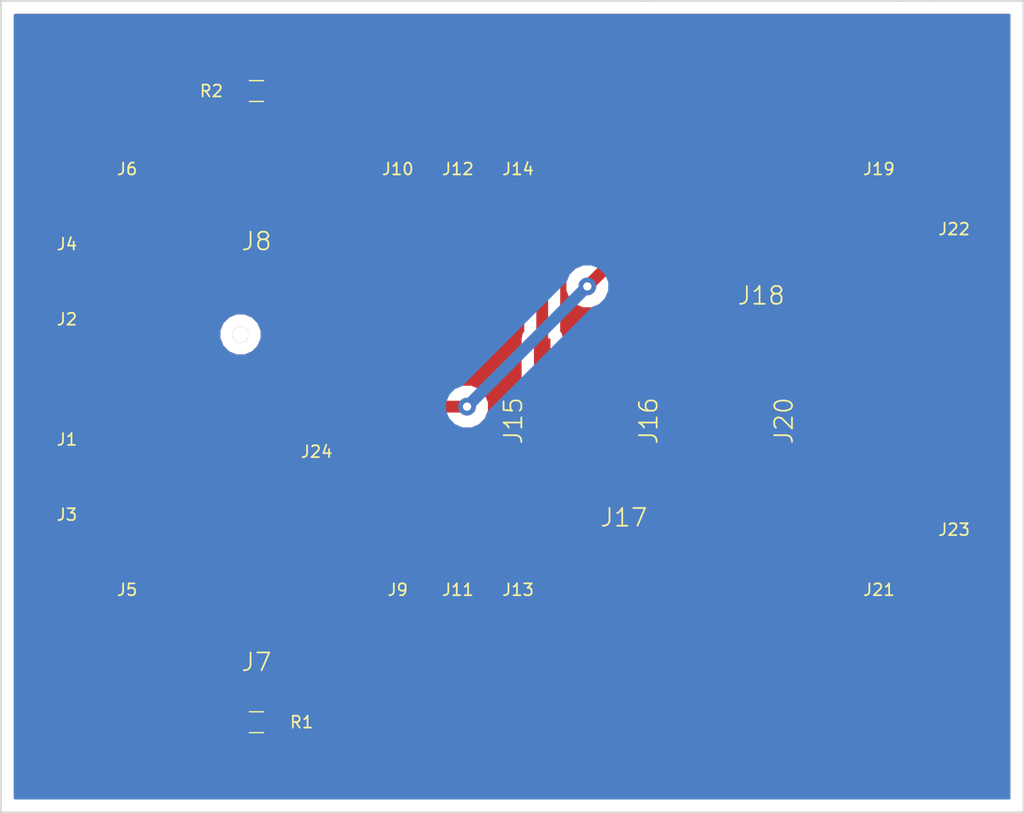
<source format=kicad_pcb>
(kicad_pcb (version 4) (host pcbnew 4.0.4-stable)

  (general
    (links 32)
    (no_connects 0)
    (area 120.574999 62.154999 207.085001 130.885001)
    (thickness 1.6)
    (drawings 8)
    (tracks 81)
    (zones 0)
    (modules 26)
    (nets 7)
  )

  (page A4)
  (layers
    (0 F.Cu signal)
    (31 B.Cu signal hide)
    (32 B.Adhes user)
    (33 F.Adhes user)
    (34 B.Paste user)
    (35 F.Paste user)
    (36 B.SilkS user)
    (37 F.SilkS user)
    (38 B.Mask user)
    (39 F.Mask user)
    (40 Dwgs.User user)
    (41 Cmts.User user)
    (42 Eco1.User user)
    (43 Eco2.User user)
    (44 Edge.Cuts user)
    (45 Margin user)
    (46 B.CrtYd user)
    (47 F.CrtYd user)
    (48 B.Fab user)
    (49 F.Fab user)
  )

  (setup
    (last_trace_width 0.4)
    (trace_clearance 0.2)
    (zone_clearance 1.016)
    (zone_45_only no)
    (trace_min 0.2)
    (segment_width 0.2)
    (edge_width 0.15)
    (via_size 1.5)
    (via_drill 0.7)
    (via_min_size 0.4)
    (via_min_drill 0.3)
    (uvia_size 0.3)
    (uvia_drill 0.1)
    (uvias_allowed no)
    (uvia_min_size 0.2)
    (uvia_min_drill 0.1)
    (pcb_text_width 0.3)
    (pcb_text_size 1.5 1.5)
    (mod_edge_width 0.15)
    (mod_text_size 1 1)
    (mod_text_width 0.15)
    (pad_size 1.524 1.524)
    (pad_drill 0.762)
    (pad_to_mask_clearance 0.2)
    (aux_axis_origin 0 0)
    (visible_elements 7FFFFFFF)
    (pcbplotparams
      (layerselection 0x00030_80000001)
      (usegerberextensions false)
      (excludeedgelayer true)
      (linewidth 0.100000)
      (plotframeref false)
      (viasonmask false)
      (mode 1)
      (useauxorigin false)
      (hpglpennumber 1)
      (hpglpenspeed 20)
      (hpglpendiameter 15)
      (hpglpenoverlay 2)
      (psnegative false)
      (psa4output false)
      (plotreference true)
      (plotvalue true)
      (plotinvisibletext false)
      (padsonsilk false)
      (subtractmaskfromsilk false)
      (outputformat 1)
      (mirror false)
      (drillshape 1)
      (scaleselection 1)
      (outputdirectory ""))
  )

  (net 0 "")
  (net 1 "Net-(J1-Pad1)")
  (net 2 "Net-(J2-Pad1)")
  (net 3 "Net-(J11-Pad1)")
  (net 4 "Net-(J10-Pad1)")
  (net 5 "Net-(J16-Pad2)")
  (net 6 "Net-(J18-Pad3)")

  (net_class Default "This is the default net class."
    (clearance 0.2)
    (trace_width 0.4)
    (via_dia 1.5)
    (via_drill 0.7)
    (uvia_dia 0.3)
    (uvia_drill 0.1)
  )

  (net_class Power ""
    (clearance 0.2)
    (trace_width 1)
    (via_dia 1.5)
    (via_drill 0.7)
    (uvia_dia 0.3)
    (uvia_drill 0.1)
    (add_net "Net-(J1-Pad1)")
    (add_net "Net-(J10-Pad1)")
    (add_net "Net-(J11-Pad1)")
    (add_net "Net-(J16-Pad2)")
    (add_net "Net-(J18-Pad3)")
    (add_net "Net-(J2-Pad1)")
  )

  (module "Custom Connectors:proto_pad-square-3mm" (layer F.Cu) (tedit 58B01219) (tstamp 59030CF2)
    (at 125.73 101.6)
    (descr "3 mm square SMD Pad e.g. for soldering wires ")
    (tags CONN)
    (path /590312B2)
    (fp_text reference J1 (at 0.5 -2.3) (layer F.SilkS)
      (effects (font (size 1 1) (thickness 0.15)))
    )
    (fp_text value "Batt Out" (at 0.1 2.1) (layer F.Fab)
      (effects (font (size 0.5 0.5) (thickness 0.1)))
    )
    (pad 1 smd rect (at 0 0) (size 3 3) (layers F.Cu F.Paste F.Mask)
      (net 1 "Net-(J1-Pad1)"))
  )

  (module "Custom Connectors:proto_pad-square-3mm" (layer F.Cu) (tedit 58B01219) (tstamp 59030CF7)
    (at 125.73 91.44)
    (descr "3 mm square SMD Pad e.g. for soldering wires ")
    (tags CONN)
    (path /59031157)
    (fp_text reference J2 (at 0.5 -2.3) (layer F.SilkS)
      (effects (font (size 1 1) (thickness 0.15)))
    )
    (fp_text value "Batt Out" (at 0.1 2.1) (layer F.Fab)
      (effects (font (size 0.5 0.5) (thickness 0.1)))
    )
    (pad 1 smd rect (at 0 0) (size 3 3) (layers F.Cu F.Paste F.Mask)
      (net 2 "Net-(J2-Pad1)"))
  )

  (module "Custom Connectors:proto_pad-square-3mm" (layer F.Cu) (tedit 58B01219) (tstamp 59030CFC)
    (at 125.73 107.95)
    (descr "3 mm square SMD Pad e.g. for soldering wires ")
    (tags CONN)
    (path /5902F502)
    (fp_text reference J3 (at 0.5 -2.3) (layer F.SilkS)
      (effects (font (size 1 1) (thickness 0.15)))
    )
    (fp_text value CONN_01X01 (at 0.1 2.1) (layer F.Fab)
      (effects (font (size 0.5 0.5) (thickness 0.1)))
    )
    (pad 1 smd rect (at 0 0) (size 3 3) (layers F.Cu F.Paste F.Mask)
      (net 1 "Net-(J1-Pad1)"))
  )

  (module "Custom Connectors:proto_pad-square-3mm" (layer F.Cu) (tedit 58B01219) (tstamp 59030D01)
    (at 125.73 85.09)
    (descr "3 mm square SMD Pad e.g. for soldering wires ")
    (tags CONN)
    (path /5902F0D9)
    (fp_text reference J4 (at 0.5 -2.3) (layer F.SilkS)
      (effects (font (size 1 1) (thickness 0.15)))
    )
    (fp_text value CONN_01X01 (at 0.1 2.1) (layer F.Fab)
      (effects (font (size 0.5 0.5) (thickness 0.1)))
    )
    (pad 1 smd rect (at 0 0) (size 3 3) (layers F.Cu F.Paste F.Mask)
      (net 2 "Net-(J2-Pad1)"))
  )

  (module "Custom Connectors:proto_pad-square-3mm" (layer F.Cu) (tedit 58B01219) (tstamp 59030D06)
    (at 130.81 114.3)
    (descr "3 mm square SMD Pad e.g. for soldering wires ")
    (tags CONN)
    (path /5902F4FC)
    (fp_text reference J5 (at 0.5 -2.3) (layer F.SilkS)
      (effects (font (size 1 1) (thickness 0.15)))
    )
    (fp_text value CONN_01X01 (at 0.1 2.1) (layer F.Fab)
      (effects (font (size 0.5 0.5) (thickness 0.1)))
    )
    (pad 1 smd rect (at 0 0) (size 3 3) (layers F.Cu F.Paste F.Mask)
      (net 1 "Net-(J1-Pad1)"))
  )

  (module "Custom Connectors:proto_pad-square-3mm" (layer F.Cu) (tedit 58B01219) (tstamp 59030D0B)
    (at 130.81 78.74)
    (descr "3 mm square SMD Pad e.g. for soldering wires ")
    (tags CONN)
    (path /5902F0A0)
    (fp_text reference J6 (at 0.5 -2.3) (layer F.SilkS)
      (effects (font (size 1 1) (thickness 0.15)))
    )
    (fp_text value CONN_01X01 (at 0.1 2.1) (layer F.Fab)
      (effects (font (size 0.5 0.5) (thickness 0.1)))
    )
    (pad 1 smd rect (at 0 0) (size 3 3) (layers F.Cu F.Paste F.Mask)
      (net 2 "Net-(J2-Pad1)"))
  )

  (module "Custom Connectors:proto_header-vt-1x2-2.54mm-G_C__SABN_M30" (layer F.Cu) (tedit 59030F16) (tstamp 59030D11)
    (at 142.24 114.3 90)
    (descr "1x2 pin SMD header, G_C_ _SABN-M30, Male, Vertical, Unshrouded, Pitch = 2.54 mm, Pad WxH = 1.4x6.4mm")
    (tags CONN)
    (path /5902F4F6)
    (fp_text reference J7 (at -3.81 0 180) (layer F.SilkS)
      (effects (font (size 1.5 1.5) (thickness 0.15)))
    )
    (fp_text value Jumper (at 3.81 0 180) (layer F.Fab)
      (effects (font (size 1 1) (thickness 0.15)))
    )
    (fp_line (start -2.54 -4.06) (end 2.54 -4.06) (layer Eco1.User) (width 0.15))
    (fp_line (start 2.54 -4.06) (end 2.54 4.07) (layer Eco1.User) (width 0.15))
    (fp_line (start 2.54 4.07) (end -2.54 4.07) (layer Eco1.User) (width 0.15))
    (fp_line (start -2.54 4.07) (end -2.54 -4.06) (layer Eco1.User) (width 0.15))
    (pad 1 smd rect (at -1.27 -2.56 90) (size 1.4 6.4) (layers F.Cu F.Paste F.Mask Eco1.User)
      (net 1 "Net-(J1-Pad1)"))
    (pad 2 smd rect (at 1.27 2.56 90) (size 1.4 6.4) (layers F.Cu F.Paste F.Mask Eco1.User)
      (net 3 "Net-(J11-Pad1)"))
  )

  (module "Custom Connectors:proto_header-vt-1x2-2.54mm-G_C__SABN_M30" (layer F.Cu) (tedit 59030F1D) (tstamp 59030D17)
    (at 142.24 78.74 90)
    (descr "1x2 pin SMD header, G_C_ _SABN-M30, Male, Vertical, Unshrouded, Pitch = 2.54 mm, Pad WxH = 1.4x6.4mm")
    (tags CONN)
    (path /5902EEFA)
    (fp_text reference J8 (at -3.81 0 180) (layer F.SilkS)
      (effects (font (size 1.5 1.5) (thickness 0.15)))
    )
    (fp_text value Jumper (at 3.81 0 180) (layer F.Fab)
      (effects (font (size 1 1) (thickness 0.15)))
    )
    (fp_line (start -2.54 -4.06) (end 2.54 -4.06) (layer Eco1.User) (width 0.15))
    (fp_line (start 2.54 -4.06) (end 2.54 4.07) (layer Eco1.User) (width 0.15))
    (fp_line (start 2.54 4.07) (end -2.54 4.07) (layer Eco1.User) (width 0.15))
    (fp_line (start -2.54 4.07) (end -2.54 -4.06) (layer Eco1.User) (width 0.15))
    (pad 1 smd rect (at -1.27 -2.56 90) (size 1.4 6.4) (layers F.Cu F.Paste F.Mask Eco1.User)
      (net 2 "Net-(J2-Pad1)"))
    (pad 2 smd rect (at 1.27 2.56 90) (size 1.4 6.4) (layers F.Cu F.Paste F.Mask Eco1.User)
      (net 4 "Net-(J10-Pad1)"))
  )

  (module "Custom Connectors:proto_pad-square-3mm" (layer F.Cu) (tedit 58B01219) (tstamp 59030D1C)
    (at 153.67 114.3)
    (descr "3 mm square SMD Pad e.g. for soldering wires ")
    (tags CONN)
    (path /59032084)
    (fp_text reference J9 (at 0.5 -2.3) (layer F.SilkS)
      (effects (font (size 1 1) (thickness 0.15)))
    )
    (fp_text value CONN_01X01 (at 0.1 2.1) (layer F.Fab)
      (effects (font (size 0.5 0.5) (thickness 0.1)))
    )
    (pad 1 smd rect (at 0 0) (size 3 3) (layers F.Cu F.Paste F.Mask)
      (net 3 "Net-(J11-Pad1)"))
  )

  (module "Custom Connectors:proto_pad-square-3mm" (layer F.Cu) (tedit 58B01219) (tstamp 59030D21)
    (at 153.67 78.74)
    (descr "3 mm square SMD Pad e.g. for soldering wires ")
    (tags CONN)
    (path /59031A9C)
    (fp_text reference J10 (at 0.5 -2.3) (layer F.SilkS)
      (effects (font (size 1 1) (thickness 0.15)))
    )
    (fp_text value CONN_01X01 (at 0.1 2.1) (layer F.Fab)
      (effects (font (size 0.5 0.5) (thickness 0.1)))
    )
    (pad 1 smd rect (at 0 0) (size 3 3) (layers F.Cu F.Paste F.Mask)
      (net 4 "Net-(J10-Pad1)"))
  )

  (module "Custom Connectors:proto_pad-square-3mm" (layer F.Cu) (tedit 58B01219) (tstamp 59030D26)
    (at 158.75 114.3)
    (descr "3 mm square SMD Pad e.g. for soldering wires ")
    (tags CONN)
    (path /5902F4EA)
    (fp_text reference J11 (at 0.5 -2.3) (layer F.SilkS)
      (effects (font (size 1 1) (thickness 0.15)))
    )
    (fp_text value CONN_01X01 (at 0.1 2.1) (layer F.Fab)
      (effects (font (size 0.5 0.5) (thickness 0.1)))
    )
    (pad 1 smd rect (at 0 0) (size 3 3) (layers F.Cu F.Paste F.Mask)
      (net 3 "Net-(J11-Pad1)"))
  )

  (module "Custom Connectors:proto_pad-square-3mm" (layer F.Cu) (tedit 58B01219) (tstamp 59030D2B)
    (at 158.75 78.74)
    (descr "3 mm square SMD Pad e.g. for soldering wires ")
    (tags CONN)
    (path /5902EE28)
    (fp_text reference J12 (at 0.5 -2.3) (layer F.SilkS)
      (effects (font (size 1 1) (thickness 0.15)))
    )
    (fp_text value CONN_01X01 (at 0.1 2.1) (layer F.Fab)
      (effects (font (size 0.5 0.5) (thickness 0.1)))
    )
    (pad 1 smd rect (at 0 0) (size 3 3) (layers F.Cu F.Paste F.Mask)
      (net 4 "Net-(J10-Pad1)"))
  )

  (module "Custom Connectors:proto_pad-square-3mm" (layer F.Cu) (tedit 58B01219) (tstamp 59030D30)
    (at 163.83 114.3)
    (descr "3 mm square SMD Pad e.g. for soldering wires ")
    (tags CONN)
    (path /5902F4F0)
    (fp_text reference J13 (at 0.5 -2.3) (layer F.SilkS)
      (effects (font (size 1 1) (thickness 0.15)))
    )
    (fp_text value CONN_01X01 (at 0.1 2.1) (layer F.Fab)
      (effects (font (size 0.5 0.5) (thickness 0.1)))
    )
    (pad 1 smd rect (at 0 0) (size 3 3) (layers F.Cu F.Paste F.Mask)
      (net 3 "Net-(J11-Pad1)"))
  )

  (module "Custom Connectors:proto_pad-square-3mm" (layer F.Cu) (tedit 58B01219) (tstamp 59030D35)
    (at 163.83 78.74)
    (descr "3 mm square SMD Pad e.g. for soldering wires ")
    (tags CONN)
    (path /5902EECA)
    (fp_text reference J14 (at 0.5 -2.3) (layer F.SilkS)
      (effects (font (size 1 1) (thickness 0.15)))
    )
    (fp_text value CONN_01X01 (at 0.1 2.1) (layer F.Fab)
      (effects (font (size 0.5 0.5) (thickness 0.1)))
    )
    (pad 1 smd rect (at 0 0) (size 3 3) (layers F.Cu F.Paste F.Mask)
      (net 4 "Net-(J10-Pad1)"))
  )

  (module "Custom Connectors:proto_header-vt-1x2-2.54mm-G_C__SABN_M30" (layer F.Cu) (tedit 58B0587B) (tstamp 59030D3B)
    (at 167.64 96.52)
    (descr "1x2 pin SMD header, G_C_ _SABN-M30, Male, Vertical, Unshrouded, Pitch = 2.54 mm, Pad WxH = 1.4x6.4mm")
    (tags CONN)
    (path /5902ED4D)
    (fp_text reference J15 (at -3.72 1.2 90) (layer F.SilkS)
      (effects (font (size 1.5 1.5) (thickness 0.15)))
    )
    (fp_text value Parallel (at 3.55 1.03 90) (layer F.Fab)
      (effects (font (size 1 1) (thickness 0.15)))
    )
    (fp_line (start -2.54 -4.06) (end 2.54 -4.06) (layer Eco1.User) (width 0.15))
    (fp_line (start 2.54 -4.06) (end 2.54 4.07) (layer Eco1.User) (width 0.15))
    (fp_line (start 2.54 4.07) (end -2.54 4.07) (layer Eco1.User) (width 0.15))
    (fp_line (start -2.54 4.07) (end -2.54 -4.06) (layer Eco1.User) (width 0.15))
    (pad 1 smd rect (at -1.27 -2.56) (size 1.4 6.4) (layers F.Cu F.Paste F.Mask Eco1.User)
      (net 4 "Net-(J10-Pad1)"))
    (pad 2 smd rect (at 1.27 2.56) (size 1.4 6.4) (layers F.Cu F.Paste F.Mask Eco1.User)
      (net 3 "Net-(J11-Pad1)"))
  )

  (module "Custom Connectors:proto_header-vt-1x2-2.54mm-G_C__SABN_M30" (layer F.Cu) (tedit 58B0587B) (tstamp 59030D41)
    (at 179.07 96.52)
    (descr "1x2 pin SMD header, G_C_ _SABN-M30, Male, Vertical, Unshrouded, Pitch = 2.54 mm, Pad WxH = 1.4x6.4mm")
    (tags CONN)
    (path /5902FDEA)
    (fp_text reference J16 (at -3.72 1.2 90) (layer F.SilkS)
      (effects (font (size 1.5 1.5) (thickness 0.15)))
    )
    (fp_text value Series (at 3.55 1.03 90) (layer F.Fab)
      (effects (font (size 1 1) (thickness 0.15)))
    )
    (fp_line (start -2.54 -4.06) (end 2.54 -4.06) (layer Eco1.User) (width 0.15))
    (fp_line (start 2.54 -4.06) (end 2.54 4.07) (layer Eco1.User) (width 0.15))
    (fp_line (start 2.54 4.07) (end -2.54 4.07) (layer Eco1.User) (width 0.15))
    (fp_line (start -2.54 4.07) (end -2.54 -4.06) (layer Eco1.User) (width 0.15))
    (pad 1 smd rect (at -1.27 -2.56) (size 1.4 6.4) (layers F.Cu F.Paste F.Mask Eco1.User)
      (net 4 "Net-(J10-Pad1)"))
    (pad 2 smd rect (at 1.27 2.56) (size 1.4 6.4) (layers F.Cu F.Paste F.Mask Eco1.User)
      (net 5 "Net-(J16-Pad2)"))
  )

  (module "Custom Battery Products:proto_button_cell_holder-smd-2996-2993" (layer F.Cu) (tedit 58AFE169) (tstamp 59030D48)
    (at 179.07 114.3 180)
    (descr "Holder for 11.6 mm coin cell comprising Retainer (2996) and negative contact (2993)")
    (tags BATT)
    (path /5902F4E4)
    (fp_text reference J17 (at 5.8 8.4 180) (layer F.SilkS)
      (effects (font (size 1.5 1.5) (thickness 0.15)))
    )
    (fp_text value Cell2 (at -3.3 2.4 270) (layer F.Fab)
      (effects (font (size 1 1) (thickness 0.15)))
    )
    (fp_line (start 0 -7.95) (end 4.55 -7.94) (layer Eco1.User) (width 0.1))
    (fp_line (start 4.55 -7.94) (end 4.55 6.16) (layer Eco1.User) (width 0.1))
    (fp_line (start 4.55 6.16) (end 1.39 6.16) (layer Eco1.User) (width 0.1))
    (fp_line (start 1.39 6.16) (end 1.39 7.95) (layer Eco1.User) (width 0.1))
    (fp_line (start 1.39 7.95) (end -1.42 7.95) (layer Eco1.User) (width 0.1))
    (fp_line (start -1.42 7.95) (end -1.42 6.14) (layer Eco1.User) (width 0.1))
    (fp_line (start -1.42 6.14) (end -4.58 6.14) (layer Eco1.User) (width 0.1))
    (fp_line (start -4.58 6.14) (end -4.58 -7.97) (layer Eco1.User) (width 0.1))
    (fp_line (start -4.58 -7.97) (end 0.01 -7.94) (layer Eco1.User) (width 0.1))
    (fp_line (start 0.01 -7.94) (end 0 -7.94) (layer Eco1.User) (width 0.1))
    (fp_line (start 0.01 6.71) (end 3.55 6.71) (layer Eco1.User) (width 0.15))
    (fp_line (start 3.55 6.71) (end 6.6 3.79) (layer Eco1.User) (width 0.15))
    (fp_line (start 6.6 3.79) (end 6.6 1.6) (layer Eco1.User) (width 0.15))
    (fp_line (start 6.6 1.6) (end 8.9 1.6) (layer Eco1.User) (width 0.15))
    (fp_line (start 8.9 1.6) (end 8.9 -1.59) (layer Eco1.User) (width 0.15))
    (fp_line (start 8.9 -1.59) (end 6.6 -1.59) (layer Eco1.User) (width 0.15))
    (fp_line (start 6.6 -1.59) (end 6.6 -5.4) (layer Eco1.User) (width 0.15))
    (fp_line (start 6.6 -5.4) (end -6.61 -5.4) (layer Eco1.User) (width 0.15))
    (fp_line (start -6.61 -5.4) (end -6.61 -1.59) (layer Eco1.User) (width 0.15))
    (fp_line (start -6.61 -1.59) (end -8.91 -1.59) (layer Eco1.User) (width 0.15))
    (fp_line (start -8.91 -1.59) (end -8.91 1.6) (layer Eco1.User) (width 0.15))
    (fp_line (start -8.91 1.6) (end -6.61 1.6) (layer Eco1.User) (width 0.15))
    (fp_line (start -6.61 1.6) (end -6.61 3.79) (layer Eco1.User) (width 0.15))
    (fp_line (start -6.61 3.79) (end -3.56 6.71) (layer Eco1.User) (width 0.15))
    (fp_line (start -3.56 6.71) (end 0.01 6.71) (layer Eco1.User) (width 0.15))
    (pad 1 smd rect (at -8 0 180) (size 2.8 3.8) (layers F.Cu F.Paste F.Mask)
      (net 3 "Net-(J11-Pad1)"))
    (pad 2 smd rect (at 8 0 180) (size 2.8 3.8) (layers F.Cu F.Paste F.Mask)
      (net 3 "Net-(J11-Pad1)"))
    (pad 3 smd rect (at 0 0 180) (size 4 16.7) (layers F.Cu F.Paste F.Mask)
      (net 5 "Net-(J16-Pad2)"))
  )

  (module "Custom Battery Products:proto_button_cell_holder-smd-2996-2993" (layer F.Cu) (tedit 58AFE169) (tstamp 59030D4F)
    (at 179.07 78.74)
    (descr "Holder for 11.6 mm coin cell comprising Retainer (2996) and negative contact (2993)")
    (tags BATT)
    (path /5902EBB9)
    (fp_text reference J18 (at 5.8 8.4) (layer F.SilkS)
      (effects (font (size 1.5 1.5) (thickness 0.15)))
    )
    (fp_text value Cell1 (at -3.3 2.4 90) (layer F.Fab)
      (effects (font (size 1 1) (thickness 0.15)))
    )
    (fp_line (start 0 -7.95) (end 4.55 -7.94) (layer Eco1.User) (width 0.1))
    (fp_line (start 4.55 -7.94) (end 4.55 6.16) (layer Eco1.User) (width 0.1))
    (fp_line (start 4.55 6.16) (end 1.39 6.16) (layer Eco1.User) (width 0.1))
    (fp_line (start 1.39 6.16) (end 1.39 7.95) (layer Eco1.User) (width 0.1))
    (fp_line (start 1.39 7.95) (end -1.42 7.95) (layer Eco1.User) (width 0.1))
    (fp_line (start -1.42 7.95) (end -1.42 6.14) (layer Eco1.User) (width 0.1))
    (fp_line (start -1.42 6.14) (end -4.58 6.14) (layer Eco1.User) (width 0.1))
    (fp_line (start -4.58 6.14) (end -4.58 -7.97) (layer Eco1.User) (width 0.1))
    (fp_line (start -4.58 -7.97) (end 0.01 -7.94) (layer Eco1.User) (width 0.1))
    (fp_line (start 0.01 -7.94) (end 0 -7.94) (layer Eco1.User) (width 0.1))
    (fp_line (start 0.01 6.71) (end 3.55 6.71) (layer Eco1.User) (width 0.15))
    (fp_line (start 3.55 6.71) (end 6.6 3.79) (layer Eco1.User) (width 0.15))
    (fp_line (start 6.6 3.79) (end 6.6 1.6) (layer Eco1.User) (width 0.15))
    (fp_line (start 6.6 1.6) (end 8.9 1.6) (layer Eco1.User) (width 0.15))
    (fp_line (start 8.9 1.6) (end 8.9 -1.59) (layer Eco1.User) (width 0.15))
    (fp_line (start 8.9 -1.59) (end 6.6 -1.59) (layer Eco1.User) (width 0.15))
    (fp_line (start 6.6 -1.59) (end 6.6 -5.4) (layer Eco1.User) (width 0.15))
    (fp_line (start 6.6 -5.4) (end -6.61 -5.4) (layer Eco1.User) (width 0.15))
    (fp_line (start -6.61 -5.4) (end -6.61 -1.59) (layer Eco1.User) (width 0.15))
    (fp_line (start -6.61 -1.59) (end -8.91 -1.59) (layer Eco1.User) (width 0.15))
    (fp_line (start -8.91 -1.59) (end -8.91 1.6) (layer Eco1.User) (width 0.15))
    (fp_line (start -8.91 1.6) (end -6.61 1.6) (layer Eco1.User) (width 0.15))
    (fp_line (start -6.61 1.6) (end -6.61 3.79) (layer Eco1.User) (width 0.15))
    (fp_line (start -6.61 3.79) (end -3.56 6.71) (layer Eco1.User) (width 0.15))
    (fp_line (start -3.56 6.71) (end 0.01 6.71) (layer Eco1.User) (width 0.15))
    (pad 1 smd rect (at -8 0) (size 2.8 3.8) (layers F.Cu F.Paste F.Mask)
      (net 4 "Net-(J10-Pad1)"))
    (pad 2 smd rect (at 8 0) (size 2.8 3.8) (layers F.Cu F.Paste F.Mask)
      (net 4 "Net-(J10-Pad1)"))
    (pad 3 smd rect (at 0 0) (size 4 16.7) (layers F.Cu F.Paste F.Mask)
      (net 6 "Net-(J18-Pad3)"))
  )

  (module "Custom Connectors:proto_pad-square-3mm" (layer F.Cu) (tedit 58B01219) (tstamp 59030D54)
    (at 194.31 78.74)
    (descr "3 mm square SMD Pad e.g. for soldering wires ")
    (tags CONN)
    (path /5902F107)
    (fp_text reference J19 (at 0.5 -2.3) (layer F.SilkS)
      (effects (font (size 1 1) (thickness 0.15)))
    )
    (fp_text value CONN_01X01 (at 0.1 2.1) (layer F.Fab)
      (effects (font (size 0.5 0.5) (thickness 0.1)))
    )
    (pad 1 smd rect (at 0 0) (size 3 3) (layers F.Cu F.Paste F.Mask)
      (net 6 "Net-(J18-Pad3)"))
  )

  (module "Custom Connectors:proto_header-vt-1x2-2.54mm-G_C__SABN_M30" (layer F.Cu) (tedit 58B0587B) (tstamp 59030D5A)
    (at 190.5 96.52)
    (descr "1x2 pin SMD header, G_C_ _SABN-M30, Male, Vertical, Unshrouded, Pitch = 2.54 mm, Pad WxH = 1.4x6.4mm")
    (tags CONN)
    (path /5902FD72)
    (fp_text reference J20 (at -3.72 1.2 90) (layer F.SilkS)
      (effects (font (size 1.5 1.5) (thickness 0.15)))
    )
    (fp_text value Parallel (at 3.55 1.03 90) (layer F.Fab)
      (effects (font (size 1 1) (thickness 0.15)))
    )
    (fp_line (start -2.54 -4.06) (end 2.54 -4.06) (layer Eco1.User) (width 0.15))
    (fp_line (start 2.54 -4.06) (end 2.54 4.07) (layer Eco1.User) (width 0.15))
    (fp_line (start 2.54 4.07) (end -2.54 4.07) (layer Eco1.User) (width 0.15))
    (fp_line (start -2.54 4.07) (end -2.54 -4.06) (layer Eco1.User) (width 0.15))
    (pad 1 smd rect (at -1.27 -2.56) (size 1.4 6.4) (layers F.Cu F.Paste F.Mask Eco1.User)
      (net 6 "Net-(J18-Pad3)"))
    (pad 2 smd rect (at 1.27 2.56) (size 1.4 6.4) (layers F.Cu F.Paste F.Mask Eco1.User)
      (net 5 "Net-(J16-Pad2)"))
  )

  (module "Custom Connectors:proto_pad-square-3mm" (layer F.Cu) (tedit 58B01219) (tstamp 59030D5F)
    (at 194.31 114.3)
    (descr "3 mm square SMD Pad e.g. for soldering wires ")
    (tags CONN)
    (path /5902F508)
    (fp_text reference J21 (at 0.5 -2.3) (layer F.SilkS)
      (effects (font (size 1 1) (thickness 0.15)))
    )
    (fp_text value CONN_01X01 (at 0.1 2.1) (layer F.Fab)
      (effects (font (size 0.5 0.5) (thickness 0.1)))
    )
    (pad 1 smd rect (at 0 0) (size 3 3) (layers F.Cu F.Paste F.Mask)
      (net 5 "Net-(J16-Pad2)"))
  )

  (module "Custom Connectors:proto_pad-square-3mm" (layer F.Cu) (tedit 58B01219) (tstamp 59030D64)
    (at 200.66 83.82)
    (descr "3 mm square SMD Pad e.g. for soldering wires ")
    (tags CONN)
    (path /5902F168)
    (fp_text reference J22 (at 0.5 -2.3) (layer F.SilkS)
      (effects (font (size 1 1) (thickness 0.15)))
    )
    (fp_text value CONN_01X01 (at 0.1 2.1) (layer F.Fab)
      (effects (font (size 0.5 0.5) (thickness 0.1)))
    )
    (pad 1 smd rect (at 0 0) (size 3 3) (layers F.Cu F.Paste F.Mask)
      (net 6 "Net-(J18-Pad3)"))
  )

  (module "Custom Connectors:proto_pad-square-3mm" (layer F.Cu) (tedit 58B01219) (tstamp 59030D69)
    (at 200.66 109.22)
    (descr "3 mm square SMD Pad e.g. for soldering wires ")
    (tags CONN)
    (path /5902F50E)
    (fp_text reference J23 (at 0.5 -2.3) (layer F.SilkS)
      (effects (font (size 1 1) (thickness 0.15)))
    )
    (fp_text value CONN_01X01 (at 0.1 2.1) (layer F.Fab)
      (effects (font (size 0.5 0.5) (thickness 0.1)))
    )
    (pad 1 smd rect (at 0 0) (size 3 3) (layers F.Cu F.Paste F.Mask)
      (net 5 "Net-(J16-Pad2)"))
  )

  (module Resistors_SMD:R_0805_HandSoldering (layer F.Cu) (tedit 59030F10) (tstamp 59030D6F)
    (at 142.24 123.19 180)
    (descr "Resistor SMD 0805, hand soldering")
    (tags "resistor 0805")
    (path /5902F7C6)
    (attr smd)
    (fp_text reference R1 (at -3.81 0 180) (layer F.SilkS)
      (effects (font (size 1 1) (thickness 0.15)))
    )
    (fp_text value RC (at 3.81 0 180) (layer F.Fab)
      (effects (font (size 1 1) (thickness 0.15)))
    )
    (fp_text user %R (at 0 0 180) (layer F.Fab)
      (effects (font (size 0.5 0.5) (thickness 0.075)))
    )
    (fp_line (start -1 0.62) (end -1 -0.62) (layer F.Fab) (width 0.1))
    (fp_line (start 1 0.62) (end -1 0.62) (layer F.Fab) (width 0.1))
    (fp_line (start 1 -0.62) (end 1 0.62) (layer F.Fab) (width 0.1))
    (fp_line (start -1 -0.62) (end 1 -0.62) (layer F.Fab) (width 0.1))
    (fp_line (start 0.6 0.88) (end -0.6 0.88) (layer F.SilkS) (width 0.12))
    (fp_line (start -0.6 -0.88) (end 0.6 -0.88) (layer F.SilkS) (width 0.12))
    (fp_line (start -2.35 -0.9) (end 2.35 -0.9) (layer F.CrtYd) (width 0.05))
    (fp_line (start -2.35 -0.9) (end -2.35 0.9) (layer F.CrtYd) (width 0.05))
    (fp_line (start 2.35 0.9) (end 2.35 -0.9) (layer F.CrtYd) (width 0.05))
    (fp_line (start 2.35 0.9) (end -2.35 0.9) (layer F.CrtYd) (width 0.05))
    (pad 1 smd rect (at -1.35 0 180) (size 1.5 1.3) (layers F.Cu F.Paste F.Mask)
      (net 3 "Net-(J11-Pad1)"))
    (pad 2 smd rect (at 1.35 0 180) (size 1.5 1.3) (layers F.Cu F.Paste F.Mask)
      (net 1 "Net-(J1-Pad1)"))
    (model ${KISYS3DMOD}/Resistors_SMD.3dshapes/R_0805.wrl
      (at (xyz 0 0 0))
      (scale (xyz 1 1 1))
      (rotate (xyz 0 0 0))
    )
  )

  (module Resistors_SMD:R_0805_HandSoldering (layer F.Cu) (tedit 59030F09) (tstamp 59030D75)
    (at 142.24 69.85 180)
    (descr "Resistor SMD 0805, hand soldering")
    (tags "resistor 0805")
    (path /5902F59E)
    (attr smd)
    (fp_text reference R2 (at 3.81 0 180) (layer F.SilkS)
      (effects (font (size 1 1) (thickness 0.15)))
    )
    (fp_text value RC (at -3.81 0 180) (layer F.Fab)
      (effects (font (size 1 1) (thickness 0.15)))
    )
    (fp_text user %R (at 0 0 180) (layer F.Fab)
      (effects (font (size 0.5 0.5) (thickness 0.075)))
    )
    (fp_line (start -1 0.62) (end -1 -0.62) (layer F.Fab) (width 0.1))
    (fp_line (start 1 0.62) (end -1 0.62) (layer F.Fab) (width 0.1))
    (fp_line (start 1 -0.62) (end 1 0.62) (layer F.Fab) (width 0.1))
    (fp_line (start -1 -0.62) (end 1 -0.62) (layer F.Fab) (width 0.1))
    (fp_line (start 0.6 0.88) (end -0.6 0.88) (layer F.SilkS) (width 0.12))
    (fp_line (start -0.6 -0.88) (end 0.6 -0.88) (layer F.SilkS) (width 0.12))
    (fp_line (start -2.35 -0.9) (end 2.35 -0.9) (layer F.CrtYd) (width 0.05))
    (fp_line (start -2.35 -0.9) (end -2.35 0.9) (layer F.CrtYd) (width 0.05))
    (fp_line (start 2.35 0.9) (end 2.35 -0.9) (layer F.CrtYd) (width 0.05))
    (fp_line (start 2.35 0.9) (end -2.35 0.9) (layer F.CrtYd) (width 0.05))
    (pad 1 smd rect (at -1.35 0 180) (size 1.5 1.3) (layers F.Cu F.Paste F.Mask)
      (net 4 "Net-(J10-Pad1)"))
    (pad 2 smd rect (at 1.35 0 180) (size 1.5 1.3) (layers F.Cu F.Paste F.Mask)
      (net 2 "Net-(J2-Pad1)"))
    (model ${KISYS3DMOD}/Resistors_SMD.3dshapes/R_0805.wrl
      (at (xyz 0 0 0))
      (scale (xyz 1 1 1))
      (rotate (xyz 0 0 0))
    )
  )

  (module "Custom Battery Products:proto_button_cell_holder-smd-498" (layer F.Cu) (tedit 59034057) (tstamp 590347B0)
    (at 147.32 96.52)
    (path /59045D1C)
    (fp_text reference J24 (at 0 3.81) (layer F.SilkS)
      (effects (font (size 1 1) (thickness 0.15)))
    )
    (fp_text value "Lithium-Ion Cell" (at 0 -9.1) (layer F.Fab)
      (effects (font (size 1 1) (thickness 0.15)))
    )
    (pad 2 smd rect (at 7.52 0) (size 3.96 3.17) (layers F.Cu F.Paste F.Mask)
      (net 6 "Net-(J18-Pad3)"))
    (pad "" thru_hole circle (at -6.43 -6.1) (size 1.35 1.35) (drill 1.35) (layers *.Cu *.Mask))
    (pad 1 smd rect (at -7.52 0) (size 3.96 3.17) (layers F.Cu F.Paste F.Mask)
      (net 4 "Net-(J10-Pad1)"))
  )

  (gr_line (start 207.01 130.81) (end 179.07 130.81) (angle 90) (layer Edge.Cuts) (width 0.15))
  (gr_line (start 207.01 62.23) (end 207.01 130.81) (angle 90) (layer Edge.Cuts) (width 0.15))
  (gr_line (start 199.39 62.23) (end 207.01 62.23) (angle 90) (layer Edge.Cuts) (width 0.15))
  (gr_line (start 196.85 62.23) (end 199.39 62.23) (angle 90) (layer Edge.Cuts) (width 0.15))
  (gr_line (start 175.26 62.23) (end 196.85 62.23) (angle 90) (layer Edge.Cuts) (width 0.15))
  (gr_line (start 120.65 62.23) (end 175.26 62.23) (angle 90) (layer Edge.Cuts) (width 0.15))
  (gr_line (start 120.65 130.81) (end 120.65 62.23) (angle 90) (layer Edge.Cuts) (width 0.15))
  (gr_line (start 179.07 130.81) (end 120.65 130.81) (angle 90) (layer Edge.Cuts) (width 0.15))

  (segment (start 125.73 107.95) (end 125.73 101.6) (width 1) (layer F.Cu) (net 1))
  (segment (start 140.89 123.19) (end 140.89 123.11) (width 1) (layer F.Cu) (net 1))
  (segment (start 140.89 123.11) (end 139.68 121.9) (width 1) (layer F.Cu) (net 1) (tstamp 590312D1))
  (segment (start 139.68 121.9) (end 139.68 115.57) (width 1) (layer F.Cu) (net 1) (tstamp 590312D2))
  (segment (start 130.81 114.3) (end 133.35 114.3) (width 1) (layer F.Cu) (net 1))
  (segment (start 134.62 115.57) (end 139.68 115.57) (width 1) (layer F.Cu) (net 1) (tstamp 59031109))
  (segment (start 133.35 114.3) (end 134.62 115.57) (width 1) (layer F.Cu) (net 1) (tstamp 59031105))
  (segment (start 125.73 107.95) (end 125.73 113.03) (width 1) (layer F.Cu) (net 1) (tstamp 59031100))
  (segment (start 125.73 113.03) (end 127 114.3) (width 1) (layer F.Cu) (net 1) (tstamp 59031101))
  (segment (start 127 114.3) (end 130.81 114.3) (width 1) (layer F.Cu) (net 1) (tstamp 59031102))
  (segment (start 140.89 69.85) (end 140.89 69.93) (width 1) (layer F.Cu) (net 2))
  (segment (start 140.89 69.93) (end 139.68 71.14) (width 1) (layer F.Cu) (net 2) (tstamp 590312CB))
  (segment (start 139.68 71.14) (end 139.68 80.01) (width 1) (layer F.Cu) (net 2) (tstamp 590312CC))
  (segment (start 139.68 80.01) (end 134.62 80.01) (width 1) (layer F.Cu) (net 2))
  (segment (start 133.35 78.74) (end 130.81 78.74) (width 1) (layer F.Cu) (net 2) (tstamp 590310FB))
  (segment (start 134.62 80.01) (end 133.35 78.74) (width 1) (layer F.Cu) (net 2) (tstamp 590310FA))
  (segment (start 125.73 85.09) (end 125.73 80.01) (width 1) (layer F.Cu) (net 2))
  (segment (start 127 78.74) (end 130.81 78.74) (width 1) (layer F.Cu) (net 2) (tstamp 590310F7))
  (segment (start 125.73 80.01) (end 127 78.74) (width 1) (layer F.Cu) (net 2) (tstamp 590310F5))
  (segment (start 125.73 91.44) (end 125.73 85.09) (width 1) (layer F.Cu) (net 2))
  (segment (start 143.59 123.19) (end 143.59 123.11) (width 1) (layer F.Cu) (net 3))
  (segment (start 143.59 123.11) (end 144.8 121.9) (width 1) (layer F.Cu) (net 3) (tstamp 590312D5))
  (segment (start 144.8 121.9) (end 144.8 113.03) (width 1) (layer F.Cu) (net 3) (tstamp 590312D6))
  (segment (start 171.07 114.3) (end 171.07 108.84) (width 1) (layer F.Cu) (net 3))
  (segment (start 168.91 106.68) (end 168.91 99.08) (width 1) (layer F.Cu) (net 3) (tstamp 5903127E))
  (segment (start 171.07 108.84) (end 168.91 106.68) (width 1) (layer F.Cu) (net 3) (tstamp 5903127C))
  (segment (start 171.07 114.3) (end 171.07 122.81) (width 1) (layer F.Cu) (net 3))
  (segment (start 187.07 122.81) (end 187.07 114.3) (width 1) (layer F.Cu) (net 3) (tstamp 59031198))
  (segment (start 184.15 125.73) (end 187.07 122.81) (width 1) (layer F.Cu) (net 3) (tstamp 59031197))
  (segment (start 173.99 125.73) (end 184.15 125.73) (width 1) (layer F.Cu) (net 3) (tstamp 59031190))
  (segment (start 171.07 122.81) (end 173.99 125.73) (width 1) (layer F.Cu) (net 3) (tstamp 59031187))
  (segment (start 163.83 114.3) (end 171.07 114.3) (width 1) (layer F.Cu) (net 3))
  (segment (start 158.75 114.3) (end 163.83 114.3) (width 1) (layer F.Cu) (net 3))
  (segment (start 153.67 114.3) (end 158.75 114.3) (width 1) (layer F.Cu) (net 3))
  (segment (start 144.8 113.03) (end 149.86 113.03) (width 1) (layer F.Cu) (net 3))
  (segment (start 151.13 114.3) (end 153.67 114.3) (width 1) (layer F.Cu) (net 3) (tstamp 5903113B))
  (segment (start 149.86 113.03) (end 151.13 114.3) (width 1) (layer F.Cu) (net 3) (tstamp 5903113A))
  (segment (start 139.8 96.52) (end 143.51 96.52) (width 1) (layer F.Cu) (net 4) (status 400000))
  (segment (start 144.8 95.23) (end 144.8 77.47) (width 1) (layer F.Cu) (net 4) (tstamp 5903481E) (status 800000))
  (segment (start 143.51 96.52) (end 144.8 95.23) (width 1) (layer F.Cu) (net 4) (tstamp 5903481D))
  (segment (start 144.8 77.47) (end 144.8 72.41) (width 1) (layer F.Cu) (net 4))
  (segment (start 144.78 71.04) (end 143.59 69.85) (width 1) (layer F.Cu) (net 4) (tstamp 590312C8))
  (segment (start 144.78 72.39) (end 144.78 71.04) (width 1) (layer F.Cu) (net 4) (tstamp 590312C7))
  (segment (start 144.8 72.41) (end 144.78 72.39) (width 1) (layer F.Cu) (net 4) (tstamp 590312C6))
  (segment (start 163.83 78.74) (end 163.83 83.82) (width 1) (layer F.Cu) (net 4))
  (segment (start 166.37 86.36) (end 166.37 93.96) (width 1) (layer F.Cu) (net 4) (tstamp 59031294))
  (segment (start 163.83 83.82) (end 166.37 86.36) (width 1) (layer F.Cu) (net 4) (tstamp 59031293))
  (segment (start 171.07 78.74) (end 171.07 70.23) (width 1) (layer F.Cu) (net 4))
  (segment (start 187.07 70.23) (end 187.07 78.74) (width 1) (layer F.Cu) (net 4) (tstamp 590311EB))
  (segment (start 184.15 67.31) (end 187.07 70.23) (width 1) (layer F.Cu) (net 4) (tstamp 590311DE))
  (segment (start 173.99 67.31) (end 184.15 67.31) (width 1) (layer F.Cu) (net 4) (tstamp 590311DB))
  (segment (start 171.07 70.23) (end 173.99 67.31) (width 1) (layer F.Cu) (net 4) (tstamp 590311BC))
  (segment (start 166.37 93.96) (end 177.8 93.96) (width 1) (layer F.Cu) (net 4))
  (segment (start 163.83 78.74) (end 171.07 78.74) (width 1) (layer F.Cu) (net 4))
  (segment (start 158.75 78.74) (end 163.83 78.74) (width 1) (layer F.Cu) (net 4))
  (segment (start 153.67 78.74) (end 158.75 78.74) (width 1) (layer F.Cu) (net 4))
  (segment (start 144.8 77.47) (end 149.86 77.47) (width 1) (layer F.Cu) (net 4))
  (segment (start 151.13 78.74) (end 153.67 78.74) (width 1) (layer F.Cu) (net 4) (tstamp 59031129))
  (segment (start 149.86 77.47) (end 151.13 78.74) (width 1) (layer F.Cu) (net 4) (tstamp 59031128))
  (segment (start 179.07 114.3) (end 179.07 105.41) (width 1) (layer F.Cu) (net 5))
  (segment (start 180.34 104.14) (end 180.34 99.08) (width 1) (layer F.Cu) (net 5) (tstamp 59031284))
  (segment (start 179.07 105.41) (end 180.34 104.14) (width 1) (layer F.Cu) (net 5) (tstamp 59031282))
  (segment (start 194.31 114.3) (end 194.31 109.22) (width 1) (layer F.Cu) (net 5))
  (segment (start 179.07 114.3) (end 184.15 109.22) (width 1) (layer F.Cu) (net 5))
  (segment (start 184.15 109.22) (end 194.31 109.22) (width 1) (layer F.Cu) (net 5) (tstamp 590311A2))
  (segment (start 194.31 109.22) (end 200.66 109.22) (width 1) (layer F.Cu) (net 5) (tstamp 590311B1))
  (segment (start 180.34 99.08) (end 191.77 99.08) (width 1) (layer F.Cu) (net 5))
  (segment (start 154.84 96.52) (end 160.02 96.52) (width 1) (layer F.Cu) (net 6) (status 400000))
  (segment (start 170.18 86.36) (end 177.8 78.74) (width 1) (layer F.Cu) (net 6) (tstamp 5903483E) (status 800000))
  (via (at 170.18 86.36) (size 1.5) (drill 0.7) (layers F.Cu B.Cu) (net 6))
  (segment (start 160.02 96.52) (end 170.18 86.36) (width 1) (layer B.Cu) (net 6) (tstamp 59034838))
  (via (at 160.02 96.52) (size 1.5) (drill 0.7) (layers F.Cu B.Cu) (net 6))
  (segment (start 177.8 78.74) (end 179.07 78.74) (width 1) (layer F.Cu) (net 6) (tstamp 5903483F) (status C00000))
  (segment (start 189.23 93.96) (end 189.23 83.82) (width 1) (layer F.Cu) (net 6))
  (segment (start 194.31 78.74) (end 194.31 83.82) (width 1) (layer F.Cu) (net 6))
  (segment (start 194.31 83.82) (end 195.58 83.82) (width 1) (layer F.Cu) (net 6) (tstamp 59031203))
  (segment (start 179.07 78.74) (end 180.34 78.74) (width 1) (layer F.Cu) (net 6))
  (segment (start 180.34 78.74) (end 185.42 83.82) (width 1) (layer F.Cu) (net 6) (tstamp 590311FA))
  (segment (start 185.42 83.82) (end 189.23 83.82) (width 1) (layer F.Cu) (net 6) (tstamp 590311FF))
  (segment (start 189.23 83.82) (end 195.58 83.82) (width 1) (layer F.Cu) (net 6) (tstamp 5903120A))
  (segment (start 195.58 83.82) (end 200.66 83.82) (width 1) (layer F.Cu) (net 6) (tstamp 59031206))

  (zone (net 0) (net_name "") (layer F.Cu) (tstamp 59031357) (hatch edge 0.508)
    (connect_pads (clearance 1.016))
    (min_thickness 0.254)
    (fill yes (arc_segments 16) (thermal_gap 0.508) (thermal_bridge_width 0.508))
    (polygon
      (pts
        (xy 207.01 130.81) (xy 120.65 130.81) (xy 120.65 62.23) (xy 207.01 62.23)
      )
    )
    (filled_polygon
      (pts
        (xy 205.792 129.592) (xy 121.868 129.592) (xy 121.868 83.59) (xy 123.064608 83.59) (xy 123.064608 86.59)
        (xy 123.144308 87.01357) (xy 123.394638 87.402594) (xy 123.776597 87.663576) (xy 124.087 87.726434) (xy 124.087 88.801515)
        (xy 123.80643 88.854308) (xy 123.417406 89.104638) (xy 123.156424 89.486597) (xy 123.064608 89.94) (xy 123.064608 92.94)
        (xy 123.144308 93.36357) (xy 123.394638 93.752594) (xy 123.776597 94.013576) (xy 124.23 94.105392) (xy 127.23 94.105392)
        (xy 127.65357 94.025692) (xy 128.042594 93.775362) (xy 128.303576 93.393403) (xy 128.395392 92.94) (xy 128.395392 90.780036)
        (xy 139.071685 90.780036) (xy 139.347876 91.448469) (xy 139.858841 91.960327) (xy 140.526791 92.237684) (xy 141.250036 92.238315)
        (xy 141.918469 91.962124) (xy 142.430327 91.451159) (xy 142.707684 90.783209) (xy 142.708315 90.059964) (xy 142.432124 89.391531)
        (xy 141.921159 88.879673) (xy 141.253209 88.602316) (xy 140.529964 88.601685) (xy 139.861531 88.877876) (xy 139.349673 89.388841)
        (xy 139.072316 90.056791) (xy 139.071685 90.780036) (xy 128.395392 90.780036) (xy 128.395392 89.94) (xy 128.315692 89.51643)
        (xy 128.065362 89.127406) (xy 127.683403 88.866424) (xy 127.373 88.803566) (xy 127.373 87.728485) (xy 127.65357 87.675692)
        (xy 128.042594 87.425362) (xy 128.303576 87.043403) (xy 128.395392 86.59) (xy 128.395392 83.59) (xy 128.315692 83.16643)
        (xy 128.065362 82.777406) (xy 127.683403 82.516424) (xy 127.373 82.453566) (xy 127.373 80.690552) (xy 127.680553 80.383)
        (xy 128.171515 80.383) (xy 128.224308 80.66357) (xy 128.474638 81.052594) (xy 128.856597 81.313576) (xy 129.31 81.405392)
        (xy 132.31 81.405392) (xy 132.73357 81.325692) (xy 133.122594 81.075362) (xy 133.219696 80.933249) (xy 133.458223 81.171776)
        (xy 133.926454 81.484638) (xy 133.991251 81.527934) (xy 134.62 81.653) (xy 135.835493 81.653) (xy 136.026597 81.783576)
        (xy 136.48 81.875392) (xy 142.88 81.875392) (xy 143.157 81.823271) (xy 143.157 94.549447) (xy 142.917845 94.788602)
        (xy 142.865692 94.51143) (xy 142.615362 94.122406) (xy 142.233403 93.861424) (xy 141.78 93.769608) (xy 137.82 93.769608)
        (xy 137.39643 93.849308) (xy 137.007406 94.099638) (xy 136.746424 94.481597) (xy 136.654608 94.935) (xy 136.654608 98.105)
        (xy 136.734308 98.52857) (xy 136.984638 98.917594) (xy 137.366597 99.178576) (xy 137.82 99.270392) (xy 141.78 99.270392)
        (xy 142.20357 99.190692) (xy 142.592594 98.940362) (xy 142.853576 98.558403) (xy 142.933647 98.163) (xy 143.51 98.163)
        (xy 144.138749 98.037934) (xy 144.671776 97.681776) (xy 145.961776 96.391777) (xy 146.317934 95.858749) (xy 146.443 95.23)
        (xy 146.443 94.935) (xy 151.694608 94.935) (xy 151.694608 98.105) (xy 151.774308 98.52857) (xy 152.024638 98.917594)
        (xy 152.406597 99.178576) (xy 152.86 99.270392) (xy 156.82 99.270392) (xy 157.24357 99.190692) (xy 157.632594 98.940362)
        (xy 157.893576 98.558403) (xy 157.973647 98.163) (xy 159.040535 98.163) (xy 159.641807 98.412671) (xy 160.394889 98.413328)
        (xy 161.090897 98.125743) (xy 161.623871 97.593698) (xy 161.912671 96.898193) (xy 161.913328 96.145111) (xy 161.625743 95.449103)
        (xy 161.093698 94.916129) (xy 160.398193 94.627329) (xy 159.645111 94.626672) (xy 159.039272 94.877) (xy 157.974479 94.877)
        (xy 157.905692 94.51143) (xy 157.655362 94.122406) (xy 157.273403 93.861424) (xy 156.82 93.769608) (xy 152.86 93.769608)
        (xy 152.43643 93.849308) (xy 152.047406 94.099638) (xy 151.786424 94.481597) (xy 151.694608 94.935) (xy 146.443 94.935)
        (xy 146.443 79.335392) (xy 148 79.335392) (xy 148.42357 79.255692) (xy 148.64532 79.113) (xy 149.179448 79.113)
        (xy 149.968223 79.901776) (xy 150.130192 80.01) (xy 150.501251 80.257934) (xy 151.027686 80.362648) (xy 151.084308 80.66357)
        (xy 151.334638 81.052594) (xy 151.716597 81.313576) (xy 152.17 81.405392) (xy 155.17 81.405392) (xy 155.59357 81.325692)
        (xy 155.982594 81.075362) (xy 156.21264 80.73868) (xy 156.414638 81.052594) (xy 156.796597 81.313576) (xy 157.25 81.405392)
        (xy 160.25 81.405392) (xy 160.67357 81.325692) (xy 161.062594 81.075362) (xy 161.29264 80.73868) (xy 161.494638 81.052594)
        (xy 161.876597 81.313576) (xy 162.187 81.376434) (xy 162.187 83.82) (xy 162.312066 84.448749) (xy 162.668224 84.981776)
        (xy 164.727 87.040553) (xy 164.727 90.115493) (xy 164.596424 90.306597) (xy 164.504608 90.76) (xy 164.504608 97.16)
        (xy 164.584308 97.58357) (xy 164.834638 97.972594) (xy 165.216597 98.233576) (xy 165.67 98.325392) (xy 167.044608 98.325392)
        (xy 167.044608 102.28) (xy 167.124308 102.70357) (xy 167.267 102.92532) (xy 167.267 106.68) (xy 167.389616 107.29643)
        (xy 167.392066 107.308749) (xy 167.748224 107.841776) (xy 169.427 109.520553) (xy 169.427 111.280331) (xy 169.24643 111.314308)
        (xy 168.857406 111.564638) (xy 168.596424 111.946597) (xy 168.504608 112.4) (xy 168.504608 112.657) (xy 166.468485 112.657)
        (xy 166.415692 112.37643) (xy 166.165362 111.987406) (xy 165.783403 111.726424) (xy 165.33 111.634608) (xy 162.33 111.634608)
        (xy 161.90643 111.714308) (xy 161.517406 111.964638) (xy 161.28736 112.30132) (xy 161.085362 111.987406) (xy 160.703403 111.726424)
        (xy 160.25 111.634608) (xy 157.25 111.634608) (xy 156.82643 111.714308) (xy 156.437406 111.964638) (xy 156.20736 112.30132)
        (xy 156.005362 111.987406) (xy 155.623403 111.726424) (xy 155.17 111.634608) (xy 152.17 111.634608) (xy 151.74643 111.714308)
        (xy 151.357406 111.964638) (xy 151.260304 112.106752) (xy 151.021776 111.868224) (xy 150.488749 111.512066) (xy 149.86 111.387)
        (xy 148.644507 111.387) (xy 148.453403 111.256424) (xy 148 111.164608) (xy 141.6 111.164608) (xy 141.17643 111.244308)
        (xy 140.787406 111.494638) (xy 140.526424 111.876597) (xy 140.434608 112.33) (xy 140.434608 113.704608) (xy 136.48 113.704608)
        (xy 136.05643 113.784308) (xy 135.83468 113.927) (xy 135.300553 113.927) (xy 134.511776 113.138224) (xy 133.978749 112.782066)
        (xy 133.452314 112.677352) (xy 133.395692 112.37643) (xy 133.145362 111.987406) (xy 132.763403 111.726424) (xy 132.31 111.634608)
        (xy 129.31 111.634608) (xy 128.88643 111.714308) (xy 128.497406 111.964638) (xy 128.236424 112.346597) (xy 128.173566 112.657)
        (xy 127.680553 112.657) (xy 127.373 112.349448) (xy 127.373 110.588485) (xy 127.65357 110.535692) (xy 128.042594 110.285362)
        (xy 128.303576 109.903403) (xy 128.395392 109.45) (xy 128.395392 106.45) (xy 128.315692 106.02643) (xy 128.065362 105.637406)
        (xy 127.683403 105.376424) (xy 127.373 105.313566) (xy 127.373 104.238485) (xy 127.65357 104.185692) (xy 128.042594 103.935362)
        (xy 128.303576 103.553403) (xy 128.395392 103.1) (xy 128.395392 100.1) (xy 128.315692 99.67643) (xy 128.065362 99.287406)
        (xy 127.683403 99.026424) (xy 127.23 98.934608) (xy 124.23 98.934608) (xy 123.80643 99.014308) (xy 123.417406 99.264638)
        (xy 123.156424 99.646597) (xy 123.064608 100.1) (xy 123.064608 103.1) (xy 123.144308 103.52357) (xy 123.394638 103.912594)
        (xy 123.776597 104.173576) (xy 124.087 104.236434) (xy 124.087 105.311515) (xy 123.80643 105.364308) (xy 123.417406 105.614638)
        (xy 123.156424 105.996597) (xy 123.064608 106.45) (xy 123.064608 109.45) (xy 123.144308 109.87357) (xy 123.394638 110.262594)
        (xy 123.776597 110.523576) (xy 124.087 110.586434) (xy 124.087 113.03) (xy 124.212066 113.658749) (xy 124.568224 114.191776)
        (xy 125.838223 115.461776) (xy 126.000192 115.57) (xy 126.371251 115.817934) (xy 127 115.943) (xy 128.171515 115.943)
        (xy 128.224308 116.22357) (xy 128.474638 116.612594) (xy 128.856597 116.873576) (xy 129.31 116.965392) (xy 132.31 116.965392)
        (xy 132.73357 116.885692) (xy 133.122594 116.635362) (xy 133.219696 116.493249) (xy 133.458223 116.731776) (xy 133.983259 117.082594)
        (xy 133.991251 117.087934) (xy 134.62 117.213) (xy 135.835493 117.213) (xy 136.026597 117.343576) (xy 136.48 117.435392)
        (xy 138.037 117.435392) (xy 138.037 121.9) (xy 138.152618 122.481251) (xy 138.162066 122.528749) (xy 138.518224 123.061776)
        (xy 138.974608 123.51816) (xy 138.974608 123.84) (xy 139.054308 124.26357) (xy 139.304638 124.652594) (xy 139.686597 124.913576)
        (xy 140.14 125.005392) (xy 141.64 125.005392) (xy 142.06357 124.925692) (xy 142.239059 124.812768) (xy 142.386597 124.913576)
        (xy 142.84 125.005392) (xy 144.34 125.005392) (xy 144.76357 124.925692) (xy 145.152594 124.675362) (xy 145.413576 124.293403)
        (xy 145.505392 123.84) (xy 145.505392 123.518161) (xy 145.961776 123.061777) (xy 146.317934 122.528749) (xy 146.327382 122.481251)
        (xy 146.443 121.9) (xy 146.443 114.895392) (xy 148 114.895392) (xy 148.42357 114.815692) (xy 148.64532 114.673)
        (xy 149.179448 114.673) (xy 149.968223 115.461776) (xy 150.130192 115.57) (xy 150.501251 115.817934) (xy 151.027686 115.922648)
        (xy 151.084308 116.22357) (xy 151.334638 116.612594) (xy 151.716597 116.873576) (xy 152.17 116.965392) (xy 155.17 116.965392)
        (xy 155.59357 116.885692) (xy 155.982594 116.635362) (xy 156.21264 116.29868) (xy 156.414638 116.612594) (xy 156.796597 116.873576)
        (xy 157.25 116.965392) (xy 160.25 116.965392) (xy 160.67357 116.885692) (xy 161.062594 116.635362) (xy 161.29264 116.29868)
        (xy 161.494638 116.612594) (xy 161.876597 116.873576) (xy 162.33 116.965392) (xy 165.33 116.965392) (xy 165.75357 116.885692)
        (xy 166.142594 116.635362) (xy 166.403576 116.253403) (xy 166.466434 115.943) (xy 168.504608 115.943) (xy 168.504608 116.2)
        (xy 168.584308 116.62357) (xy 168.834638 117.012594) (xy 169.216597 117.273576) (xy 169.427 117.316183) (xy 169.427 122.81)
        (xy 169.485362 123.103403) (xy 169.552066 123.438749) (xy 169.908224 123.971776) (xy 172.828224 126.891777) (xy 173.147751 127.105277)
        (xy 173.361251 127.247934) (xy 173.99 127.373) (xy 184.15 127.373) (xy 184.778749 127.247934) (xy 185.311776 126.891776)
        (xy 188.231777 123.971776) (xy 188.445277 123.652249) (xy 188.587934 123.438749) (xy 188.713 122.81) (xy 188.713 117.319669)
        (xy 188.89357 117.285692) (xy 189.282594 117.035362) (xy 189.543576 116.653403) (xy 189.635392 116.2) (xy 189.635392 112.4)
        (xy 189.555692 111.97643) (xy 189.305362 111.587406) (xy 188.923403 111.326424) (xy 188.47 111.234608) (xy 185.67 111.234608)
        (xy 185.24643 111.314308) (xy 184.857406 111.564638) (xy 184.596424 111.946597) (xy 184.504608 112.4) (xy 184.504608 116.2)
        (xy 184.584308 116.62357) (xy 184.834638 117.012594) (xy 185.216597 117.273576) (xy 185.427 117.316183) (xy 185.427 122.129447)
        (xy 183.469448 124.087) (xy 174.670553 124.087) (xy 172.713 122.129448) (xy 172.713 117.319669) (xy 172.89357 117.285692)
        (xy 173.282594 117.035362) (xy 173.543576 116.653403) (xy 173.635392 116.2) (xy 173.635392 112.4) (xy 173.555692 111.97643)
        (xy 173.305362 111.587406) (xy 172.923403 111.326424) (xy 172.713 111.283817) (xy 172.713 108.84) (xy 172.587934 108.211251)
        (xy 172.579036 108.197934) (xy 172.231776 107.678223) (xy 170.553 105.999448) (xy 170.553 102.924507) (xy 170.683576 102.733403)
        (xy 170.775392 102.28) (xy 170.775392 95.88) (xy 170.723271 95.603) (xy 175.934608 95.603) (xy 175.934608 97.16)
        (xy 176.014308 97.58357) (xy 176.264638 97.972594) (xy 176.646597 98.233576) (xy 177.1 98.325392) (xy 178.474608 98.325392)
        (xy 178.474608 102.28) (xy 178.554308 102.70357) (xy 178.697 102.92532) (xy 178.697 103.459447) (xy 177.908224 104.248224)
        (xy 177.552066 104.781251) (xy 177.551398 104.784608) (xy 177.07 104.784608) (xy 176.64643 104.864308) (xy 176.257406 105.114638)
        (xy 175.996424 105.496597) (xy 175.904608 105.95) (xy 175.904608 122.65) (xy 175.984308 123.07357) (xy 176.234638 123.462594)
        (xy 176.616597 123.723576) (xy 177.07 123.815392) (xy 181.07 123.815392) (xy 181.49357 123.735692) (xy 181.882594 123.485362)
        (xy 182.143576 123.103403) (xy 182.235392 122.65) (xy 182.235392 113.45816) (xy 184.830553 110.863) (xy 192.667 110.863)
        (xy 192.667 111.661515) (xy 192.38643 111.714308) (xy 191.997406 111.964638) (xy 191.736424 112.346597) (xy 191.644608 112.8)
        (xy 191.644608 115.8) (xy 191.724308 116.22357) (xy 191.974638 116.612594) (xy 192.356597 116.873576) (xy 192.81 116.965392)
        (xy 195.81 116.965392) (xy 196.23357 116.885692) (xy 196.622594 116.635362) (xy 196.883576 116.253403) (xy 196.975392 115.8)
        (xy 196.975392 112.8) (xy 196.895692 112.37643) (xy 196.645362 111.987406) (xy 196.263403 111.726424) (xy 195.953 111.663566)
        (xy 195.953 110.863) (xy 198.021515 110.863) (xy 198.074308 111.14357) (xy 198.324638 111.532594) (xy 198.706597 111.793576)
        (xy 199.16 111.885392) (xy 202.16 111.885392) (xy 202.58357 111.805692) (xy 202.972594 111.555362) (xy 203.233576 111.173403)
        (xy 203.325392 110.72) (xy 203.325392 107.72) (xy 203.245692 107.29643) (xy 202.995362 106.907406) (xy 202.613403 106.646424)
        (xy 202.16 106.554608) (xy 199.16 106.554608) (xy 198.73643 106.634308) (xy 198.347406 106.884638) (xy 198.086424 107.266597)
        (xy 198.023566 107.577) (xy 184.15 107.577) (xy 183.521251 107.702066) (xy 182.988224 108.058223) (xy 182.235392 108.811055)
        (xy 182.235392 105.95) (xy 182.155692 105.52643) (xy 181.905362 105.137406) (xy 181.703682 104.999604) (xy 181.857934 104.768749)
        (xy 181.983 104.14) (xy 181.983 102.924507) (xy 182.113576 102.733403) (xy 182.205392 102.28) (xy 182.205392 100.723)
        (xy 189.904608 100.723) (xy 189.904608 102.28) (xy 189.984308 102.70357) (xy 190.234638 103.092594) (xy 190.616597 103.353576)
        (xy 191.07 103.445392) (xy 192.47 103.445392) (xy 192.89357 103.365692) (xy 193.282594 103.115362) (xy 193.543576 102.733403)
        (xy 193.635392 102.28) (xy 193.635392 95.88) (xy 193.555692 95.45643) (xy 193.305362 95.067406) (xy 192.923403 94.806424)
        (xy 192.47 94.714608) (xy 191.095392 94.714608) (xy 191.095392 90.76) (xy 191.015692 90.33643) (xy 190.873 90.11468)
        (xy 190.873 85.463) (xy 198.021515 85.463) (xy 198.074308 85.74357) (xy 198.324638 86.132594) (xy 198.706597 86.393576)
        (xy 199.16 86.485392) (xy 202.16 86.485392) (xy 202.58357 86.405692) (xy 202.972594 86.155362) (xy 203.233576 85.773403)
        (xy 203.325392 85.32) (xy 203.325392 82.32) (xy 203.245692 81.89643) (xy 202.995362 81.507406) (xy 202.613403 81.246424)
        (xy 202.16 81.154608) (xy 199.16 81.154608) (xy 198.73643 81.234308) (xy 198.347406 81.484638) (xy 198.086424 81.866597)
        (xy 198.023566 82.177) (xy 195.953 82.177) (xy 195.953 81.378485) (xy 196.23357 81.325692) (xy 196.622594 81.075362)
        (xy 196.883576 80.693403) (xy 196.975392 80.24) (xy 196.975392 77.24) (xy 196.895692 76.81643) (xy 196.645362 76.427406)
        (xy 196.263403 76.166424) (xy 195.81 76.074608) (xy 192.81 76.074608) (xy 192.38643 76.154308) (xy 191.997406 76.404638)
        (xy 191.736424 76.786597) (xy 191.644608 77.24) (xy 191.644608 80.24) (xy 191.724308 80.66357) (xy 191.974638 81.052594)
        (xy 192.356597 81.313576) (xy 192.667 81.376434) (xy 192.667 82.177) (xy 186.100553 82.177) (xy 185.728945 81.805392)
        (xy 188.47 81.805392) (xy 188.89357 81.725692) (xy 189.282594 81.475362) (xy 189.543576 81.093403) (xy 189.635392 80.64)
        (xy 189.635392 76.84) (xy 189.555692 76.41643) (xy 189.305362 76.027406) (xy 188.923403 75.766424) (xy 188.713 75.723817)
        (xy 188.713 70.23) (xy 188.587934 69.601251) (xy 188.445277 69.387751) (xy 188.231777 69.068224) (xy 185.311776 66.148224)
        (xy 184.778749 65.792066) (xy 184.15 65.667) (xy 173.99 65.667) (xy 173.361251 65.792066) (xy 173.147751 65.934723)
        (xy 172.828224 66.148223) (xy 169.908224 69.068224) (xy 169.552066 69.601251) (xy 169.427 70.23) (xy 169.427 75.720331)
        (xy 169.24643 75.754308) (xy 168.857406 76.004638) (xy 168.596424 76.386597) (xy 168.504608 76.84) (xy 168.504608 77.097)
        (xy 166.468485 77.097) (xy 166.415692 76.81643) (xy 166.165362 76.427406) (xy 165.783403 76.166424) (xy 165.33 76.074608)
        (xy 162.33 76.074608) (xy 161.90643 76.154308) (xy 161.517406 76.404638) (xy 161.28736 76.74132) (xy 161.085362 76.427406)
        (xy 160.703403 76.166424) (xy 160.25 76.074608) (xy 157.25 76.074608) (xy 156.82643 76.154308) (xy 156.437406 76.404638)
        (xy 156.20736 76.74132) (xy 156.005362 76.427406) (xy 155.623403 76.166424) (xy 155.17 76.074608) (xy 152.17 76.074608)
        (xy 151.74643 76.154308) (xy 151.357406 76.404638) (xy 151.260304 76.546752) (xy 151.021776 76.308224) (xy 150.488749 75.952066)
        (xy 149.86 75.827) (xy 148.644507 75.827) (xy 148.453403 75.696424) (xy 148 75.604608) (xy 146.443 75.604608)
        (xy 146.443 72.41) (xy 146.423 72.309453) (xy 146.423 71.04) (xy 146.297934 70.411251) (xy 146.176826 70.23)
        (xy 145.941776 69.878223) (xy 145.505392 69.441839) (xy 145.505392 69.2) (xy 145.425692 68.77643) (xy 145.175362 68.387406)
        (xy 144.793403 68.126424) (xy 144.34 68.034608) (xy 142.84 68.034608) (xy 142.41643 68.114308) (xy 142.240941 68.227232)
        (xy 142.093403 68.126424) (xy 141.64 68.034608) (xy 140.14 68.034608) (xy 139.71643 68.114308) (xy 139.327406 68.364638)
        (xy 139.066424 68.746597) (xy 138.974608 69.2) (xy 138.974608 69.52184) (xy 138.518224 69.978224) (xy 138.162066 70.511251)
        (xy 138.037 71.14) (xy 138.037 78.144608) (xy 136.48 78.144608) (xy 136.05643 78.224308) (xy 135.83468 78.367)
        (xy 135.300553 78.367) (xy 134.511776 77.578224) (xy 133.978749 77.222066) (xy 133.452314 77.117352) (xy 133.395692 76.81643)
        (xy 133.145362 76.427406) (xy 132.763403 76.166424) (xy 132.31 76.074608) (xy 129.31 76.074608) (xy 128.88643 76.154308)
        (xy 128.497406 76.404638) (xy 128.236424 76.786597) (xy 128.173566 77.097) (xy 127 77.097) (xy 126.371251 77.222066)
        (xy 125.838223 77.578224) (xy 124.568225 78.848223) (xy 124.568224 78.848224) (xy 124.212066 79.381251) (xy 124.087 80.01)
        (xy 124.087 82.451515) (xy 123.80643 82.504308) (xy 123.417406 82.754638) (xy 123.156424 83.136597) (xy 123.064608 83.59)
        (xy 121.868 83.59) (xy 121.868 63.448) (xy 205.792 63.448)
      )
    )
    (filled_polygon
      (pts
        (xy 143.157 121.219447) (xy 143.00184 121.374608) (xy 142.84 121.374608) (xy 142.41643 121.454308) (xy 142.240941 121.567232)
        (xy 142.093403 121.466424) (xy 141.64 121.374608) (xy 141.478161 121.374608) (xy 141.323 121.219448) (xy 141.323 117.435392)
        (xy 142.88 117.435392) (xy 143.157 117.383271)
      )
    )
    (filled_polygon
      (pts
        (xy 168.504608 80.64) (xy 168.584308 81.06357) (xy 168.834638 81.452594) (xy 169.216597 81.713576) (xy 169.67 81.805392)
        (xy 172.411056 81.805392) (xy 169.710813 84.505635) (xy 169.109103 84.754257) (xy 168.576129 85.286302) (xy 168.287329 85.981807)
        (xy 168.286672 86.734889) (xy 168.574257 87.430897) (xy 169.106302 87.963871) (xy 169.801807 88.252671) (xy 170.554889 88.253328)
        (xy 171.250897 87.965743) (xy 171.783871 87.433698) (xy 172.035257 86.828295) (xy 175.904608 82.958945) (xy 175.904608 87.09)
        (xy 175.984308 87.51357) (xy 176.234638 87.902594) (xy 176.616597 88.163576) (xy 177.07 88.255392) (xy 181.07 88.255392)
        (xy 181.49357 88.175692) (xy 181.882594 87.925362) (xy 182.143576 87.543403) (xy 182.235392 87.09) (xy 182.235392 82.958945)
        (xy 184.258224 84.981777) (xy 184.713978 85.286302) (xy 184.791251 85.337934) (xy 185.42 85.463) (xy 187.587 85.463)
        (xy 187.587 90.115493) (xy 187.456424 90.306597) (xy 187.364608 90.76) (xy 187.364608 97.16) (xy 187.416729 97.437)
        (xy 182.205392 97.437) (xy 182.205392 95.88) (xy 182.125692 95.45643) (xy 181.875362 95.067406) (xy 181.493403 94.806424)
        (xy 181.04 94.714608) (xy 179.665392 94.714608) (xy 179.665392 90.76) (xy 179.585692 90.33643) (xy 179.335362 89.947406)
        (xy 178.953403 89.686424) (xy 178.5 89.594608) (xy 177.1 89.594608) (xy 176.67643 89.674308) (xy 176.287406 89.924638)
        (xy 176.026424 90.306597) (xy 175.934608 90.76) (xy 175.934608 92.317) (xy 168.235392 92.317) (xy 168.235392 90.76)
        (xy 168.155692 90.33643) (xy 168.013 90.11468) (xy 168.013 86.36) (xy 167.887934 85.731251) (xy 167.708694 85.463)
        (xy 167.531776 85.198223) (xy 165.473 83.139448) (xy 165.473 81.378485) (xy 165.75357 81.325692) (xy 166.142594 81.075362)
        (xy 166.403576 80.693403) (xy 166.466434 80.383) (xy 168.504608 80.383)
      )
    )
    (filled_polygon
      (pts
        (xy 185.427 70.910553) (xy 185.427 75.720331) (xy 185.24643 75.754308) (xy 184.857406 76.004638) (xy 184.596424 76.386597)
        (xy 184.504608 76.84) (xy 184.504608 80.581055) (xy 182.235392 78.31184) (xy 182.235392 70.39) (xy 182.155692 69.96643)
        (xy 181.905362 69.577406) (xy 181.523403 69.316424) (xy 181.07 69.224608) (xy 177.07 69.224608) (xy 176.64643 69.304308)
        (xy 176.257406 69.554638) (xy 175.996424 69.936597) (xy 175.904608 70.39) (xy 175.904608 78.311839) (xy 173.635392 80.581055)
        (xy 173.635392 76.84) (xy 173.555692 76.41643) (xy 173.305362 76.027406) (xy 172.923403 75.766424) (xy 172.713 75.723817)
        (xy 172.713 70.910552) (xy 174.670553 68.953) (xy 183.469448 68.953)
      )
    )
    (filled_polygon
      (pts
        (xy 142.386597 71.573576) (xy 142.84 71.665392) (xy 143.081839 71.665392) (xy 143.137 71.720553) (xy 143.137 72.39)
        (xy 143.157 72.490547) (xy 143.157 75.604608) (xy 141.6 75.604608) (xy 141.323 75.656729) (xy 141.323 71.820552)
        (xy 141.478161 71.665392) (xy 141.64 71.665392) (xy 142.06357 71.585692) (xy 142.239059 71.472768)
      )
    )
  )
  (zone (net 0) (net_name "") (layer B.Cu) (tstamp 59031377) (hatch edge 0.508)
    (connect_pads (clearance 1.016))
    (min_thickness 0.254)
    (fill yes (arc_segments 16) (thermal_gap 0.508) (thermal_bridge_width 0.508))
    (polygon
      (pts
        (xy 207.01 130.81) (xy 120.65 130.81) (xy 120.65 62.23) (xy 207.01 62.23)
      )
    )
    (filled_polygon
      (pts
        (xy 205.792 129.592) (xy 121.868 129.592) (xy 121.868 96.894889) (xy 158.126672 96.894889) (xy 158.414257 97.590897)
        (xy 158.946302 98.123871) (xy 159.641807 98.412671) (xy 160.394889 98.413328) (xy 161.090897 98.125743) (xy 161.623871 97.593698)
        (xy 161.875257 96.988295) (xy 170.649189 88.214364) (xy 171.250897 87.965743) (xy 171.783871 87.433698) (xy 172.072671 86.738193)
        (xy 172.073328 85.985111) (xy 171.785743 85.289103) (xy 171.253698 84.756129) (xy 170.558193 84.467329) (xy 169.805111 84.466672)
        (xy 169.109103 84.754257) (xy 168.576129 85.286302) (xy 168.324743 85.891704) (xy 159.550813 94.665635) (xy 158.949103 94.914257)
        (xy 158.416129 95.446302) (xy 158.127329 96.141807) (xy 158.126672 96.894889) (xy 121.868 96.894889) (xy 121.868 90.780036)
        (xy 139.071685 90.780036) (xy 139.347876 91.448469) (xy 139.858841 91.960327) (xy 140.526791 92.237684) (xy 141.250036 92.238315)
        (xy 141.918469 91.962124) (xy 142.430327 91.451159) (xy 142.707684 90.783209) (xy 142.708315 90.059964) (xy 142.432124 89.391531)
        (xy 141.921159 88.879673) (xy 141.253209 88.602316) (xy 140.529964 88.601685) (xy 139.861531 88.877876) (xy 139.349673 89.388841)
        (xy 139.072316 90.056791) (xy 139.071685 90.780036) (xy 121.868 90.780036) (xy 121.868 63.448) (xy 205.792 63.448)
      )
    )
  )
)

</source>
